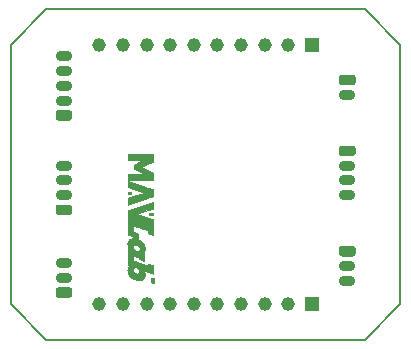
<source format=gbr>
%TF.GenerationSoftware,KiCad,Pcbnew,5.1.6-c6e7f7d~86~ubuntu18.04.1*%
%TF.CreationDate,2020-05-19T13:12:04+02:00*%
%TF.ProjectId,cf-deck-carrier,63662d64-6563-46b2-9d63-617272696572,0.1A*%
%TF.SameCoordinates,Original*%
%TF.FileFunction,Soldermask,Top*%
%TF.FilePolarity,Negative*%
%FSLAX46Y46*%
G04 Gerber Fmt 4.6, Leading zero omitted, Abs format (unit mm)*
G04 Created by KiCad (PCBNEW 5.1.6-c6e7f7d~86~ubuntu18.04.1) date 2020-05-19 13:12:04*
%MOMM*%
%LPD*%
G01*
G04 APERTURE LIST*
%TA.AperFunction,Profile*%
%ADD10C,0.150000*%
%TD*%
%ADD11C,0.010000*%
%ADD12O,1.400000X0.900000*%
%ADD13C,1.150000*%
%ADD14R,1.150000X1.150000*%
G04 APERTURE END LIST*
D10*
X125501000Y-83000920D02*
X122501000Y-86000920D01*
X152501000Y-83000920D02*
X125501000Y-83000920D01*
X155501000Y-86000920D02*
X152501000Y-83000920D01*
X125501000Y-111000920D02*
X122501000Y-108000920D01*
X152501000Y-111000920D02*
X125501000Y-111000920D01*
X155501000Y-108000920D02*
X152501000Y-111000920D01*
X155501000Y-86000920D02*
X155501000Y-108000920D01*
X122501000Y-108000920D02*
X122501000Y-86000920D01*
D11*
%TO.C,G\u002A\u002A\u002A*%
G36*
X134564916Y-106060003D02*
G01*
X134518154Y-106059332D01*
X134611672Y-106122748D01*
X134611672Y-106211507D01*
X134593200Y-106205451D01*
X134574727Y-106199395D01*
X134574727Y-106180204D01*
X134518732Y-106161050D01*
X134503414Y-106155809D01*
X134489468Y-106151034D01*
X134477514Y-106146939D01*
X134468168Y-106143734D01*
X134462050Y-106141631D01*
X134459850Y-106140870D01*
X134457878Y-106141835D01*
X134457023Y-106146810D01*
X134456963Y-106149575D01*
X134456477Y-106156024D01*
X134454929Y-106158345D01*
X134454077Y-106158242D01*
X134450545Y-106157020D01*
X134444015Y-106154826D01*
X134435881Y-106152125D01*
X134435604Y-106152034D01*
X134420018Y-106146889D01*
X134420018Y-106105267D01*
X134420088Y-106089860D01*
X134420320Y-106078586D01*
X134420748Y-106070963D01*
X134421408Y-106066508D01*
X134422333Y-106064738D01*
X134422904Y-106064708D01*
X134426437Y-106065930D01*
X134432966Y-106068124D01*
X134441101Y-106070825D01*
X134441377Y-106070916D01*
X134449531Y-106073756D01*
X134454207Y-106076018D01*
X134456362Y-106078425D01*
X134456950Y-106081699D01*
X134456963Y-106082718D01*
X134458415Y-106088800D01*
X134461060Y-106091569D01*
X134464415Y-106093015D01*
X134471378Y-106095768D01*
X134481221Y-106099548D01*
X134493215Y-106104076D01*
X134506630Y-106109071D01*
X134508974Y-106109938D01*
X134522780Y-106115040D01*
X134535507Y-106119751D01*
X134546367Y-106123781D01*
X134554572Y-106126836D01*
X134559337Y-106128625D01*
X134559669Y-106128752D01*
X134562574Y-106129805D01*
X134564173Y-106130159D01*
X134564154Y-106129580D01*
X134562204Y-106127833D01*
X134558009Y-106124683D01*
X134551256Y-106119896D01*
X134541633Y-106113237D01*
X134528825Y-106104471D01*
X134512519Y-106093363D01*
X134511660Y-106092778D01*
X134460427Y-106057918D01*
X134459739Y-106042310D01*
X134459050Y-106026702D01*
X134510539Y-106028169D01*
X134562027Y-106029637D01*
X134520463Y-106015712D01*
X134506563Y-106011073D01*
X134493399Y-106006712D01*
X134481902Y-106002936D01*
X134473001Y-106000050D01*
X134467932Y-105998451D01*
X134456963Y-105995115D01*
X134456963Y-106002165D01*
X134456188Y-106007270D01*
X134454077Y-106008151D01*
X134450545Y-106006929D01*
X134444015Y-106004735D01*
X134435881Y-106002034D01*
X134435604Y-106001943D01*
X134420018Y-105996798D01*
X134420018Y-105955423D01*
X134420116Y-105942178D01*
X134420389Y-105930689D01*
X134420804Y-105921686D01*
X134421328Y-105915901D01*
X134421877Y-105914048D01*
X134424838Y-105914739D01*
X134430913Y-105916560D01*
X134438851Y-105919135D01*
X134439773Y-105919444D01*
X134455809Y-105924840D01*
X134456963Y-105934768D01*
X134458118Y-105944696D01*
X134514336Y-105964008D01*
X134529621Y-105969232D01*
X134543487Y-105973920D01*
X134555331Y-105977872D01*
X134564547Y-105980887D01*
X134570531Y-105982766D01*
X134572640Y-105983320D01*
X134573959Y-105981274D01*
X134574681Y-105976177D01*
X134574727Y-105974291D01*
X134574727Y-105965261D01*
X134593200Y-105971317D01*
X134611672Y-105977373D01*
X134611676Y-106060675D01*
X134564916Y-106060003D01*
G37*
X134564916Y-106060003D02*
X134518154Y-106059332D01*
X134611672Y-106122748D01*
X134611672Y-106211507D01*
X134593200Y-106205451D01*
X134574727Y-106199395D01*
X134574727Y-106180204D01*
X134518732Y-106161050D01*
X134503414Y-106155809D01*
X134489468Y-106151034D01*
X134477514Y-106146939D01*
X134468168Y-106143734D01*
X134462050Y-106141631D01*
X134459850Y-106140870D01*
X134457878Y-106141835D01*
X134457023Y-106146810D01*
X134456963Y-106149575D01*
X134456477Y-106156024D01*
X134454929Y-106158345D01*
X134454077Y-106158242D01*
X134450545Y-106157020D01*
X134444015Y-106154826D01*
X134435881Y-106152125D01*
X134435604Y-106152034D01*
X134420018Y-106146889D01*
X134420018Y-106105267D01*
X134420088Y-106089860D01*
X134420320Y-106078586D01*
X134420748Y-106070963D01*
X134421408Y-106066508D01*
X134422333Y-106064738D01*
X134422904Y-106064708D01*
X134426437Y-106065930D01*
X134432966Y-106068124D01*
X134441101Y-106070825D01*
X134441377Y-106070916D01*
X134449531Y-106073756D01*
X134454207Y-106076018D01*
X134456362Y-106078425D01*
X134456950Y-106081699D01*
X134456963Y-106082718D01*
X134458415Y-106088800D01*
X134461060Y-106091569D01*
X134464415Y-106093015D01*
X134471378Y-106095768D01*
X134481221Y-106099548D01*
X134493215Y-106104076D01*
X134506630Y-106109071D01*
X134508974Y-106109938D01*
X134522780Y-106115040D01*
X134535507Y-106119751D01*
X134546367Y-106123781D01*
X134554572Y-106126836D01*
X134559337Y-106128625D01*
X134559669Y-106128752D01*
X134562574Y-106129805D01*
X134564173Y-106130159D01*
X134564154Y-106129580D01*
X134562204Y-106127833D01*
X134558009Y-106124683D01*
X134551256Y-106119896D01*
X134541633Y-106113237D01*
X134528825Y-106104471D01*
X134512519Y-106093363D01*
X134511660Y-106092778D01*
X134460427Y-106057918D01*
X134459739Y-106042310D01*
X134459050Y-106026702D01*
X134510539Y-106028169D01*
X134562027Y-106029637D01*
X134520463Y-106015712D01*
X134506563Y-106011073D01*
X134493399Y-106006712D01*
X134481902Y-106002936D01*
X134473001Y-106000050D01*
X134467932Y-105998451D01*
X134456963Y-105995115D01*
X134456963Y-106002165D01*
X134456188Y-106007270D01*
X134454077Y-106008151D01*
X134450545Y-106006929D01*
X134444015Y-106004735D01*
X134435881Y-106002034D01*
X134435604Y-106001943D01*
X134420018Y-105996798D01*
X134420018Y-105955423D01*
X134420116Y-105942178D01*
X134420389Y-105930689D01*
X134420804Y-105921686D01*
X134421328Y-105915901D01*
X134421877Y-105914048D01*
X134424838Y-105914739D01*
X134430913Y-105916560D01*
X134438851Y-105919135D01*
X134439773Y-105919444D01*
X134455809Y-105924840D01*
X134456963Y-105934768D01*
X134458118Y-105944696D01*
X134514336Y-105964008D01*
X134529621Y-105969232D01*
X134543487Y-105973920D01*
X134555331Y-105977872D01*
X134564547Y-105980887D01*
X134570531Y-105982766D01*
X134572640Y-105983320D01*
X134573959Y-105981274D01*
X134574681Y-105976177D01*
X134574727Y-105974291D01*
X134574727Y-105965261D01*
X134593200Y-105971317D01*
X134611672Y-105977373D01*
X134611676Y-106060675D01*
X134564916Y-106060003D01*
G36*
X134611368Y-105948207D02*
G01*
X134611322Y-105957551D01*
X134611233Y-105963243D01*
X134611125Y-105964818D01*
X134608785Y-105964168D01*
X134603287Y-105962503D01*
X134596663Y-105960447D01*
X134587739Y-105957671D01*
X134576508Y-105954205D01*
X134565085Y-105950703D01*
X134562604Y-105949946D01*
X134542400Y-105943786D01*
X134542400Y-105911459D01*
X134558733Y-105913068D01*
X134575067Y-105914678D01*
X134574320Y-105906858D01*
X134573572Y-105899039D01*
X134519309Y-105880132D01*
X134504179Y-105874910D01*
X134490347Y-105870229D01*
X134478455Y-105866299D01*
X134469146Y-105863331D01*
X134463065Y-105861534D01*
X134461004Y-105861082D01*
X134458206Y-105862088D01*
X134457071Y-105866078D01*
X134456963Y-105869267D01*
X134456347Y-105875069D01*
X134454440Y-105876634D01*
X134454077Y-105876533D01*
X134450545Y-105875311D01*
X134444015Y-105873117D01*
X134435881Y-105870416D01*
X134435604Y-105870325D01*
X134420018Y-105865180D01*
X134420018Y-105778225D01*
X134438491Y-105784281D01*
X134456963Y-105790337D01*
X134456963Y-105809603D01*
X134510650Y-105828039D01*
X134525812Y-105833239D01*
X134539757Y-105838008D01*
X134551813Y-105842118D01*
X134561311Y-105845341D01*
X134567580Y-105847449D01*
X134569683Y-105848137D01*
X134573110Y-105848838D01*
X134574462Y-105847308D01*
X134574422Y-105842483D01*
X134574301Y-105840956D01*
X134573633Y-105836301D01*
X134571955Y-105832818D01*
X134568378Y-105829538D01*
X134562015Y-105825492D01*
X134557986Y-105823152D01*
X134542400Y-105814193D01*
X134542400Y-105798156D01*
X134542524Y-105789754D01*
X134543060Y-105785080D01*
X134544249Y-105783248D01*
X134546335Y-105783370D01*
X134546441Y-105783403D01*
X134550047Y-105784585D01*
X134557092Y-105786921D01*
X134566636Y-105790100D01*
X134577739Y-105793807D01*
X134580500Y-105794730D01*
X134610518Y-105804772D01*
X134611125Y-105884810D01*
X134611250Y-105903513D01*
X134611332Y-105920663D01*
X134611372Y-105935736D01*
X134611368Y-105948207D01*
G37*
X134611368Y-105948207D02*
X134611322Y-105957551D01*
X134611233Y-105963243D01*
X134611125Y-105964818D01*
X134608785Y-105964168D01*
X134603287Y-105962503D01*
X134596663Y-105960447D01*
X134587739Y-105957671D01*
X134576508Y-105954205D01*
X134565085Y-105950703D01*
X134562604Y-105949946D01*
X134542400Y-105943786D01*
X134542400Y-105911459D01*
X134558733Y-105913068D01*
X134575067Y-105914678D01*
X134574320Y-105906858D01*
X134573572Y-105899039D01*
X134519309Y-105880132D01*
X134504179Y-105874910D01*
X134490347Y-105870229D01*
X134478455Y-105866299D01*
X134469146Y-105863331D01*
X134463065Y-105861534D01*
X134461004Y-105861082D01*
X134458206Y-105862088D01*
X134457071Y-105866078D01*
X134456963Y-105869267D01*
X134456347Y-105875069D01*
X134454440Y-105876634D01*
X134454077Y-105876533D01*
X134450545Y-105875311D01*
X134444015Y-105873117D01*
X134435881Y-105870416D01*
X134435604Y-105870325D01*
X134420018Y-105865180D01*
X134420018Y-105778225D01*
X134438491Y-105784281D01*
X134456963Y-105790337D01*
X134456963Y-105809603D01*
X134510650Y-105828039D01*
X134525812Y-105833239D01*
X134539757Y-105838008D01*
X134551813Y-105842118D01*
X134561311Y-105845341D01*
X134567580Y-105847449D01*
X134569683Y-105848137D01*
X134573110Y-105848838D01*
X134574462Y-105847308D01*
X134574422Y-105842483D01*
X134574301Y-105840956D01*
X134573633Y-105836301D01*
X134571955Y-105832818D01*
X134568378Y-105829538D01*
X134562015Y-105825492D01*
X134557986Y-105823152D01*
X134542400Y-105814193D01*
X134542400Y-105798156D01*
X134542524Y-105789754D01*
X134543060Y-105785080D01*
X134544249Y-105783248D01*
X134546335Y-105783370D01*
X134546441Y-105783403D01*
X134550047Y-105784585D01*
X134557092Y-105786921D01*
X134566636Y-105790100D01*
X134577739Y-105793807D01*
X134580500Y-105794730D01*
X134610518Y-105804772D01*
X134611125Y-105884810D01*
X134611250Y-105903513D01*
X134611332Y-105920663D01*
X134611372Y-105935736D01*
X134611368Y-105948207D01*
G36*
X134247991Y-100401093D02*
G01*
X134246761Y-100277557D01*
X134574727Y-100277557D01*
X134574727Y-100402279D01*
X134247991Y-100401093D01*
G37*
X134247991Y-100401093D02*
X134246761Y-100277557D01*
X134574727Y-100277557D01*
X134574727Y-100402279D01*
X134247991Y-100401093D01*
G36*
X134541916Y-99553531D02*
G01*
X134541875Y-99587934D01*
X134541832Y-99611189D01*
X134541245Y-99885525D01*
X133826034Y-100115437D01*
X133770250Y-100133374D01*
X133715614Y-100150952D01*
X133662287Y-100168117D01*
X133610433Y-100184818D01*
X133560215Y-100201001D01*
X133511795Y-100216614D01*
X133465336Y-100231604D01*
X133421001Y-100245918D01*
X133378953Y-100259505D01*
X133339355Y-100272310D01*
X133302369Y-100284281D01*
X133268158Y-100295366D01*
X133236886Y-100305512D01*
X133208715Y-100314666D01*
X133183807Y-100322776D01*
X133162327Y-100329788D01*
X133144435Y-100335650D01*
X133130297Y-100340310D01*
X133120073Y-100343714D01*
X133113928Y-100345810D01*
X133112016Y-100346543D01*
X133114281Y-100347334D01*
X133120780Y-100349485D01*
X133131347Y-100352943D01*
X133145820Y-100357655D01*
X133164034Y-100363567D01*
X133185826Y-100370628D01*
X133211032Y-100378784D01*
X133239488Y-100387982D01*
X133271029Y-100398169D01*
X133305493Y-100409294D01*
X133342715Y-100421302D01*
X133382532Y-100434141D01*
X133424779Y-100447758D01*
X133469293Y-100462100D01*
X133515909Y-100477114D01*
X133564465Y-100492748D01*
X133614796Y-100508948D01*
X133666738Y-100525663D01*
X133720128Y-100542838D01*
X133774801Y-100560421D01*
X133825708Y-100576788D01*
X133881425Y-100594705D01*
X133936013Y-100612267D01*
X133989310Y-100629424D01*
X134041149Y-100646120D01*
X134091368Y-100662304D01*
X134139803Y-100677921D01*
X134186288Y-100692919D01*
X134230660Y-100707245D01*
X134272754Y-100720846D01*
X134312407Y-100733667D01*
X134349454Y-100745657D01*
X134383731Y-100756762D01*
X134415073Y-100766930D01*
X134443317Y-100776105D01*
X134468299Y-100784237D01*
X134489853Y-100791271D01*
X134507816Y-100797155D01*
X134522024Y-100801834D01*
X134532312Y-100805257D01*
X134538517Y-100807370D01*
X134540476Y-100808109D01*
X134540725Y-100810676D01*
X134540945Y-100817832D01*
X134541137Y-100829545D01*
X134541301Y-100845786D01*
X134541436Y-100866525D01*
X134541542Y-100891731D01*
X134541620Y-100921376D01*
X134541669Y-100955427D01*
X134541689Y-100993857D01*
X134541681Y-101036633D01*
X134541644Y-101083727D01*
X134541579Y-101135108D01*
X134541485Y-101190746D01*
X134541362Y-101250612D01*
X134541210Y-101314674D01*
X134541030Y-101382904D01*
X134540840Y-101448778D01*
X134538936Y-102087177D01*
X134332909Y-102016526D01*
X134126883Y-101945875D01*
X134126246Y-101845736D01*
X134125609Y-101745598D01*
X133484836Y-101525360D01*
X133432209Y-101507273D01*
X133380712Y-101489579D01*
X133330517Y-101472336D01*
X133281795Y-101455603D01*
X133234717Y-101439439D01*
X133189455Y-101423902D01*
X133146180Y-101409050D01*
X133105062Y-101394944D01*
X133066274Y-101381641D01*
X133029987Y-101369200D01*
X132996372Y-101357679D01*
X132965599Y-101347138D01*
X132937842Y-101337636D01*
X132913270Y-101329230D01*
X132892054Y-101321980D01*
X132874368Y-101315944D01*
X132860381Y-101311182D01*
X132850264Y-101307751D01*
X132844190Y-101305711D01*
X132842321Y-101305112D01*
X132842088Y-101307369D01*
X132841875Y-101313942D01*
X132841684Y-101324526D01*
X132841516Y-101338821D01*
X132841373Y-101356522D01*
X132841256Y-101377326D01*
X132841166Y-101400931D01*
X132841104Y-101427034D01*
X132841074Y-101455332D01*
X132841075Y-101485522D01*
X132841109Y-101517301D01*
X132841166Y-101545594D01*
X132841754Y-101786086D01*
X133265472Y-102023710D01*
X133265472Y-102407116D01*
X133259122Y-102405715D01*
X133256351Y-102404753D01*
X133249483Y-102402209D01*
X133238733Y-102398166D01*
X133224313Y-102392704D01*
X133206436Y-102385904D01*
X133185315Y-102377849D01*
X133161162Y-102368620D01*
X133134190Y-102358299D01*
X133104612Y-102346966D01*
X133072641Y-102334704D01*
X133038490Y-102321593D01*
X133002371Y-102307716D01*
X132964498Y-102293154D01*
X132925083Y-102277988D01*
X132884338Y-102262300D01*
X132842477Y-102246171D01*
X132840600Y-102245447D01*
X132428427Y-102086581D01*
X132427847Y-101073542D01*
X132427809Y-101005395D01*
X132427775Y-100938423D01*
X132427744Y-100872772D01*
X132427716Y-100808589D01*
X132427691Y-100746023D01*
X132427669Y-100685221D01*
X132427651Y-100626331D01*
X132427636Y-100569500D01*
X132427624Y-100514875D01*
X132427616Y-100462605D01*
X132427610Y-100412837D01*
X132427608Y-100365719D01*
X132427609Y-100321398D01*
X132427613Y-100280022D01*
X132427621Y-100241739D01*
X132427632Y-100206695D01*
X132427646Y-100175039D01*
X132427663Y-100146919D01*
X132427683Y-100122481D01*
X132427707Y-100101874D01*
X132427734Y-100085245D01*
X132427764Y-100072741D01*
X132427798Y-100064511D01*
X132427834Y-100060702D01*
X132427847Y-100060440D01*
X132430046Y-100059692D01*
X132436478Y-100057486D01*
X132447010Y-100053869D01*
X132461511Y-100048885D01*
X132479845Y-100042581D01*
X132501881Y-100035002D01*
X132527485Y-100026195D01*
X132556524Y-100016205D01*
X132588865Y-100005077D01*
X132624376Y-99992859D01*
X132662923Y-99979594D01*
X132704372Y-99965330D01*
X132748592Y-99950112D01*
X132795448Y-99933986D01*
X132844808Y-99916997D01*
X132896540Y-99899192D01*
X132950508Y-99880616D01*
X133006582Y-99861315D01*
X133064627Y-99841335D01*
X133124511Y-99820721D01*
X133186100Y-99799519D01*
X133249261Y-99777776D01*
X133313863Y-99755537D01*
X133379770Y-99732847D01*
X133446851Y-99709753D01*
X133483682Y-99697073D01*
X133551349Y-99673780D01*
X133617920Y-99650874D01*
X133683262Y-99628399D01*
X133747240Y-99606402D01*
X133809722Y-99584928D01*
X133870575Y-99564022D01*
X133929664Y-99543730D01*
X133986858Y-99524098D01*
X134042023Y-99505172D01*
X134095025Y-99486996D01*
X134145732Y-99469617D01*
X134194010Y-99453080D01*
X134239725Y-99437430D01*
X134282746Y-99422714D01*
X134322938Y-99408977D01*
X134360168Y-99396264D01*
X134394304Y-99384621D01*
X134425211Y-99374094D01*
X134452757Y-99364729D01*
X134476808Y-99356570D01*
X134497231Y-99349663D01*
X134513893Y-99344055D01*
X134526661Y-99339791D01*
X134535402Y-99336915D01*
X134539981Y-99335475D01*
X134540677Y-99335309D01*
X134540896Y-99337772D01*
X134541097Y-99344567D01*
X134541279Y-99355409D01*
X134541441Y-99370011D01*
X134541582Y-99388089D01*
X134541701Y-99409356D01*
X134541796Y-99433527D01*
X134541866Y-99460315D01*
X134541911Y-99489436D01*
X134541928Y-99520603D01*
X134541916Y-99553531D01*
G37*
X134541916Y-99553531D02*
X134541875Y-99587934D01*
X134541832Y-99611189D01*
X134541245Y-99885525D01*
X133826034Y-100115437D01*
X133770250Y-100133374D01*
X133715614Y-100150952D01*
X133662287Y-100168117D01*
X133610433Y-100184818D01*
X133560215Y-100201001D01*
X133511795Y-100216614D01*
X133465336Y-100231604D01*
X133421001Y-100245918D01*
X133378953Y-100259505D01*
X133339355Y-100272310D01*
X133302369Y-100284281D01*
X133268158Y-100295366D01*
X133236886Y-100305512D01*
X133208715Y-100314666D01*
X133183807Y-100322776D01*
X133162327Y-100329788D01*
X133144435Y-100335650D01*
X133130297Y-100340310D01*
X133120073Y-100343714D01*
X133113928Y-100345810D01*
X133112016Y-100346543D01*
X133114281Y-100347334D01*
X133120780Y-100349485D01*
X133131347Y-100352943D01*
X133145820Y-100357655D01*
X133164034Y-100363567D01*
X133185826Y-100370628D01*
X133211032Y-100378784D01*
X133239488Y-100387982D01*
X133271029Y-100398169D01*
X133305493Y-100409294D01*
X133342715Y-100421302D01*
X133382532Y-100434141D01*
X133424779Y-100447758D01*
X133469293Y-100462100D01*
X133515909Y-100477114D01*
X133564465Y-100492748D01*
X133614796Y-100508948D01*
X133666738Y-100525663D01*
X133720128Y-100542838D01*
X133774801Y-100560421D01*
X133825708Y-100576788D01*
X133881425Y-100594705D01*
X133936013Y-100612267D01*
X133989310Y-100629424D01*
X134041149Y-100646120D01*
X134091368Y-100662304D01*
X134139803Y-100677921D01*
X134186288Y-100692919D01*
X134230660Y-100707245D01*
X134272754Y-100720846D01*
X134312407Y-100733667D01*
X134349454Y-100745657D01*
X134383731Y-100756762D01*
X134415073Y-100766930D01*
X134443317Y-100776105D01*
X134468299Y-100784237D01*
X134489853Y-100791271D01*
X134507816Y-100797155D01*
X134522024Y-100801834D01*
X134532312Y-100805257D01*
X134538517Y-100807370D01*
X134540476Y-100808109D01*
X134540725Y-100810676D01*
X134540945Y-100817832D01*
X134541137Y-100829545D01*
X134541301Y-100845786D01*
X134541436Y-100866525D01*
X134541542Y-100891731D01*
X134541620Y-100921376D01*
X134541669Y-100955427D01*
X134541689Y-100993857D01*
X134541681Y-101036633D01*
X134541644Y-101083727D01*
X134541579Y-101135108D01*
X134541485Y-101190746D01*
X134541362Y-101250612D01*
X134541210Y-101314674D01*
X134541030Y-101382904D01*
X134540840Y-101448778D01*
X134538936Y-102087177D01*
X134332909Y-102016526D01*
X134126883Y-101945875D01*
X134126246Y-101845736D01*
X134125609Y-101745598D01*
X133484836Y-101525360D01*
X133432209Y-101507273D01*
X133380712Y-101489579D01*
X133330517Y-101472336D01*
X133281795Y-101455603D01*
X133234717Y-101439439D01*
X133189455Y-101423902D01*
X133146180Y-101409050D01*
X133105062Y-101394944D01*
X133066274Y-101381641D01*
X133029987Y-101369200D01*
X132996372Y-101357679D01*
X132965599Y-101347138D01*
X132937842Y-101337636D01*
X132913270Y-101329230D01*
X132892054Y-101321980D01*
X132874368Y-101315944D01*
X132860381Y-101311182D01*
X132850264Y-101307751D01*
X132844190Y-101305711D01*
X132842321Y-101305112D01*
X132842088Y-101307369D01*
X132841875Y-101313942D01*
X132841684Y-101324526D01*
X132841516Y-101338821D01*
X132841373Y-101356522D01*
X132841256Y-101377326D01*
X132841166Y-101400931D01*
X132841104Y-101427034D01*
X132841074Y-101455332D01*
X132841075Y-101485522D01*
X132841109Y-101517301D01*
X132841166Y-101545594D01*
X132841754Y-101786086D01*
X133265472Y-102023710D01*
X133265472Y-102407116D01*
X133259122Y-102405715D01*
X133256351Y-102404753D01*
X133249483Y-102402209D01*
X133238733Y-102398166D01*
X133224313Y-102392704D01*
X133206436Y-102385904D01*
X133185315Y-102377849D01*
X133161162Y-102368620D01*
X133134190Y-102358299D01*
X133104612Y-102346966D01*
X133072641Y-102334704D01*
X133038490Y-102321593D01*
X133002371Y-102307716D01*
X132964498Y-102293154D01*
X132925083Y-102277988D01*
X132884338Y-102262300D01*
X132842477Y-102246171D01*
X132840600Y-102245447D01*
X132428427Y-102086581D01*
X132427847Y-101073542D01*
X132427809Y-101005395D01*
X132427775Y-100938423D01*
X132427744Y-100872772D01*
X132427716Y-100808589D01*
X132427691Y-100746023D01*
X132427669Y-100685221D01*
X132427651Y-100626331D01*
X132427636Y-100569500D01*
X132427624Y-100514875D01*
X132427616Y-100462605D01*
X132427610Y-100412837D01*
X132427608Y-100365719D01*
X132427609Y-100321398D01*
X132427613Y-100280022D01*
X132427621Y-100241739D01*
X132427632Y-100206695D01*
X132427646Y-100175039D01*
X132427663Y-100146919D01*
X132427683Y-100122481D01*
X132427707Y-100101874D01*
X132427734Y-100085245D01*
X132427764Y-100072741D01*
X132427798Y-100064511D01*
X132427834Y-100060702D01*
X132427847Y-100060440D01*
X132430046Y-100059692D01*
X132436478Y-100057486D01*
X132447010Y-100053869D01*
X132461511Y-100048885D01*
X132479845Y-100042581D01*
X132501881Y-100035002D01*
X132527485Y-100026195D01*
X132556524Y-100016205D01*
X132588865Y-100005077D01*
X132624376Y-99992859D01*
X132662923Y-99979594D01*
X132704372Y-99965330D01*
X132748592Y-99950112D01*
X132795448Y-99933986D01*
X132844808Y-99916997D01*
X132896540Y-99899192D01*
X132950508Y-99880616D01*
X133006582Y-99861315D01*
X133064627Y-99841335D01*
X133124511Y-99820721D01*
X133186100Y-99799519D01*
X133249261Y-99777776D01*
X133313863Y-99755537D01*
X133379770Y-99732847D01*
X133446851Y-99709753D01*
X133483682Y-99697073D01*
X133551349Y-99673780D01*
X133617920Y-99650874D01*
X133683262Y-99628399D01*
X133747240Y-99606402D01*
X133809722Y-99584928D01*
X133870575Y-99564022D01*
X133929664Y-99543730D01*
X133986858Y-99524098D01*
X134042023Y-99505172D01*
X134095025Y-99486996D01*
X134145732Y-99469617D01*
X134194010Y-99453080D01*
X134239725Y-99437430D01*
X134282746Y-99422714D01*
X134322938Y-99408977D01*
X134360168Y-99396264D01*
X134394304Y-99384621D01*
X134425211Y-99374094D01*
X134452757Y-99364729D01*
X134476808Y-99356570D01*
X134497231Y-99349663D01*
X134513893Y-99344055D01*
X134526661Y-99339791D01*
X134535402Y-99336915D01*
X134539981Y-99335475D01*
X134540677Y-99335309D01*
X134540896Y-99337772D01*
X134541097Y-99344567D01*
X134541279Y-99355409D01*
X134541441Y-99370011D01*
X134541582Y-99388089D01*
X134541701Y-99409356D01*
X134541796Y-99433527D01*
X134541866Y-99460315D01*
X134541911Y-99489436D01*
X134541928Y-99520603D01*
X134541916Y-99553531D01*
G36*
X134532586Y-98837320D02*
G01*
X134529788Y-98838285D01*
X134522758Y-98840707D01*
X134511633Y-98844541D01*
X134496548Y-98849740D01*
X134477639Y-98856257D01*
X134455040Y-98864045D01*
X134428887Y-98873058D01*
X134399315Y-98883250D01*
X134366460Y-98894573D01*
X134330456Y-98906981D01*
X134291441Y-98920427D01*
X134249547Y-98934865D01*
X134204912Y-98950248D01*
X134157671Y-98966529D01*
X134107958Y-98983662D01*
X134055909Y-99001600D01*
X134001659Y-99020297D01*
X133945345Y-99039705D01*
X133887100Y-99059778D01*
X133827062Y-99080470D01*
X133765363Y-99101734D01*
X133702142Y-99123522D01*
X133637531Y-99145790D01*
X133571668Y-99168489D01*
X133504687Y-99191573D01*
X133479063Y-99200404D01*
X133411748Y-99223603D01*
X133345521Y-99246425D01*
X133280517Y-99268825D01*
X133216870Y-99290756D01*
X133154715Y-99312172D01*
X133094186Y-99333026D01*
X133035417Y-99353273D01*
X132978542Y-99372866D01*
X132923697Y-99391758D01*
X132871014Y-99409904D01*
X132820630Y-99427257D01*
X132772678Y-99443771D01*
X132727292Y-99459400D01*
X132684606Y-99474097D01*
X132644756Y-99487816D01*
X132607876Y-99500512D01*
X132574099Y-99512137D01*
X132543560Y-99522645D01*
X132516394Y-99531990D01*
X132492735Y-99540126D01*
X132472717Y-99547007D01*
X132456475Y-99552586D01*
X132444143Y-99556817D01*
X132435855Y-99559654D01*
X132431746Y-99561051D01*
X132431304Y-99561195D01*
X132430696Y-99561189D01*
X132430153Y-99560666D01*
X132429672Y-99559383D01*
X132429250Y-99557101D01*
X132428884Y-99553576D01*
X132428571Y-99548568D01*
X132428308Y-99541835D01*
X132428091Y-99533136D01*
X132427919Y-99522228D01*
X132427788Y-99508871D01*
X132427694Y-99492824D01*
X132427635Y-99473843D01*
X132427608Y-99451689D01*
X132427610Y-99426120D01*
X132427637Y-99396893D01*
X132427687Y-99363768D01*
X132427756Y-99326503D01*
X132427840Y-99285728D01*
X132428427Y-99009174D01*
X133140782Y-98780709D01*
X133196490Y-98762839D01*
X133251067Y-98745326D01*
X133304347Y-98728223D01*
X133356168Y-98711582D01*
X133406365Y-98695457D01*
X133454774Y-98679900D01*
X133501231Y-98664965D01*
X133545571Y-98650703D01*
X133587632Y-98637169D01*
X133627248Y-98624414D01*
X133664255Y-98612491D01*
X133698491Y-98601455D01*
X133729789Y-98591356D01*
X133757987Y-98582249D01*
X133782920Y-98574185D01*
X133804425Y-98567219D01*
X133822337Y-98561402D01*
X133836491Y-98556788D01*
X133846725Y-98553429D01*
X133852874Y-98551379D01*
X133854780Y-98550695D01*
X133852739Y-98549875D01*
X133846464Y-98547694D01*
X133836117Y-98544206D01*
X133821863Y-98539463D01*
X133803863Y-98533518D01*
X133782281Y-98526424D01*
X133757279Y-98518234D01*
X133729020Y-98509002D01*
X133697667Y-98498778D01*
X133663383Y-98487618D01*
X133626330Y-98475573D01*
X133586671Y-98462697D01*
X133544570Y-98449043D01*
X133500188Y-98434663D01*
X133453689Y-98419610D01*
X133405235Y-98403938D01*
X133354990Y-98387699D01*
X133303116Y-98370946D01*
X133249776Y-98353732D01*
X133195132Y-98336110D01*
X133142426Y-98319124D01*
X132428427Y-98089102D01*
X132427840Y-97819945D01*
X132427253Y-97550789D01*
X132442849Y-97556170D01*
X132446029Y-97557265D01*
X132453439Y-97559816D01*
X132464941Y-97563776D01*
X132480400Y-97569097D01*
X132499676Y-97575732D01*
X132522635Y-97583635D01*
X132549138Y-97592757D01*
X132579048Y-97603052D01*
X132612229Y-97614473D01*
X132648544Y-97626972D01*
X132687855Y-97640502D01*
X132730025Y-97655017D01*
X132774918Y-97670469D01*
X132822396Y-97686810D01*
X132872322Y-97703994D01*
X132924560Y-97721973D01*
X132978972Y-97740701D01*
X133035421Y-97760129D01*
X133093771Y-97780212D01*
X133153883Y-97800902D01*
X133215622Y-97822151D01*
X133278850Y-97843912D01*
X133343429Y-97866139D01*
X133409224Y-97888784D01*
X133476097Y-97911800D01*
X133492528Y-97917456D01*
X133559573Y-97940532D01*
X133625543Y-97963241D01*
X133690303Y-97985535D01*
X133753717Y-98007369D01*
X133815650Y-98028695D01*
X133875965Y-98049466D01*
X133934528Y-98069636D01*
X133991202Y-98089158D01*
X134045851Y-98107986D01*
X134098341Y-98126071D01*
X134148535Y-98143369D01*
X134196298Y-98159831D01*
X134241494Y-98175411D01*
X134283987Y-98190062D01*
X134323641Y-98203738D01*
X134360322Y-98216391D01*
X134393892Y-98227976D01*
X134424217Y-98238444D01*
X134451161Y-98247750D01*
X134474588Y-98255846D01*
X134494362Y-98262687D01*
X134510348Y-98268224D01*
X134522409Y-98272411D01*
X134530411Y-98275202D01*
X134534218Y-98276550D01*
X134534506Y-98276659D01*
X134542400Y-98279957D01*
X134542400Y-98833941D01*
X134532586Y-98837320D01*
G37*
X134532586Y-98837320D02*
X134529788Y-98838285D01*
X134522758Y-98840707D01*
X134511633Y-98844541D01*
X134496548Y-98849740D01*
X134477639Y-98856257D01*
X134455040Y-98864045D01*
X134428887Y-98873058D01*
X134399315Y-98883250D01*
X134366460Y-98894573D01*
X134330456Y-98906981D01*
X134291441Y-98920427D01*
X134249547Y-98934865D01*
X134204912Y-98950248D01*
X134157671Y-98966529D01*
X134107958Y-98983662D01*
X134055909Y-99001600D01*
X134001659Y-99020297D01*
X133945345Y-99039705D01*
X133887100Y-99059778D01*
X133827062Y-99080470D01*
X133765363Y-99101734D01*
X133702142Y-99123522D01*
X133637531Y-99145790D01*
X133571668Y-99168489D01*
X133504687Y-99191573D01*
X133479063Y-99200404D01*
X133411748Y-99223603D01*
X133345521Y-99246425D01*
X133280517Y-99268825D01*
X133216870Y-99290756D01*
X133154715Y-99312172D01*
X133094186Y-99333026D01*
X133035417Y-99353273D01*
X132978542Y-99372866D01*
X132923697Y-99391758D01*
X132871014Y-99409904D01*
X132820630Y-99427257D01*
X132772678Y-99443771D01*
X132727292Y-99459400D01*
X132684606Y-99474097D01*
X132644756Y-99487816D01*
X132607876Y-99500512D01*
X132574099Y-99512137D01*
X132543560Y-99522645D01*
X132516394Y-99531990D01*
X132492735Y-99540126D01*
X132472717Y-99547007D01*
X132456475Y-99552586D01*
X132444143Y-99556817D01*
X132435855Y-99559654D01*
X132431746Y-99561051D01*
X132431304Y-99561195D01*
X132430696Y-99561189D01*
X132430153Y-99560666D01*
X132429672Y-99559383D01*
X132429250Y-99557101D01*
X132428884Y-99553576D01*
X132428571Y-99548568D01*
X132428308Y-99541835D01*
X132428091Y-99533136D01*
X132427919Y-99522228D01*
X132427788Y-99508871D01*
X132427694Y-99492824D01*
X132427635Y-99473843D01*
X132427608Y-99451689D01*
X132427610Y-99426120D01*
X132427637Y-99396893D01*
X132427687Y-99363768D01*
X132427756Y-99326503D01*
X132427840Y-99285728D01*
X132428427Y-99009174D01*
X133140782Y-98780709D01*
X133196490Y-98762839D01*
X133251067Y-98745326D01*
X133304347Y-98728223D01*
X133356168Y-98711582D01*
X133406365Y-98695457D01*
X133454774Y-98679900D01*
X133501231Y-98664965D01*
X133545571Y-98650703D01*
X133587632Y-98637169D01*
X133627248Y-98624414D01*
X133664255Y-98612491D01*
X133698491Y-98601455D01*
X133729789Y-98591356D01*
X133757987Y-98582249D01*
X133782920Y-98574185D01*
X133804425Y-98567219D01*
X133822337Y-98561402D01*
X133836491Y-98556788D01*
X133846725Y-98553429D01*
X133852874Y-98551379D01*
X133854780Y-98550695D01*
X133852739Y-98549875D01*
X133846464Y-98547694D01*
X133836117Y-98544206D01*
X133821863Y-98539463D01*
X133803863Y-98533518D01*
X133782281Y-98526424D01*
X133757279Y-98518234D01*
X133729020Y-98509002D01*
X133697667Y-98498778D01*
X133663383Y-98487618D01*
X133626330Y-98475573D01*
X133586671Y-98462697D01*
X133544570Y-98449043D01*
X133500188Y-98434663D01*
X133453689Y-98419610D01*
X133405235Y-98403938D01*
X133354990Y-98387699D01*
X133303116Y-98370946D01*
X133249776Y-98353732D01*
X133195132Y-98336110D01*
X133142426Y-98319124D01*
X132428427Y-98089102D01*
X132427840Y-97819945D01*
X132427253Y-97550789D01*
X132442849Y-97556170D01*
X132446029Y-97557265D01*
X132453439Y-97559816D01*
X132464941Y-97563776D01*
X132480400Y-97569097D01*
X132499676Y-97575732D01*
X132522635Y-97583635D01*
X132549138Y-97592757D01*
X132579048Y-97603052D01*
X132612229Y-97614473D01*
X132648544Y-97626972D01*
X132687855Y-97640502D01*
X132730025Y-97655017D01*
X132774918Y-97670469D01*
X132822396Y-97686810D01*
X132872322Y-97703994D01*
X132924560Y-97721973D01*
X132978972Y-97740701D01*
X133035421Y-97760129D01*
X133093771Y-97780212D01*
X133153883Y-97800902D01*
X133215622Y-97822151D01*
X133278850Y-97843912D01*
X133343429Y-97866139D01*
X133409224Y-97888784D01*
X133476097Y-97911800D01*
X133492528Y-97917456D01*
X133559573Y-97940532D01*
X133625543Y-97963241D01*
X133690303Y-97985535D01*
X133753717Y-98007369D01*
X133815650Y-98028695D01*
X133875965Y-98049466D01*
X133934528Y-98069636D01*
X133991202Y-98089158D01*
X134045851Y-98107986D01*
X134098341Y-98126071D01*
X134148535Y-98143369D01*
X134196298Y-98159831D01*
X134241494Y-98175411D01*
X134283987Y-98190062D01*
X134323641Y-98203738D01*
X134360322Y-98216391D01*
X134393892Y-98227976D01*
X134424217Y-98238444D01*
X134451161Y-98247750D01*
X134474588Y-98255846D01*
X134494362Y-98262687D01*
X134510348Y-98268224D01*
X134522409Y-98272411D01*
X134530411Y-98275202D01*
X134534218Y-98276550D01*
X134534506Y-98276659D01*
X134542400Y-98279957D01*
X134542400Y-98833941D01*
X134532586Y-98837320D01*
G36*
X132427272Y-97455848D02*
G01*
X132427272Y-96927066D01*
X133126157Y-96927066D01*
X133182648Y-96927062D01*
X133237928Y-96927051D01*
X133291819Y-96927032D01*
X133344145Y-96927006D01*
X133394728Y-96926974D01*
X133443391Y-96926935D01*
X133489956Y-96926890D01*
X133534246Y-96926840D01*
X133576085Y-96926784D01*
X133615294Y-96926723D01*
X133651696Y-96926657D01*
X133685114Y-96926587D01*
X133715371Y-96926512D01*
X133742290Y-96926433D01*
X133765693Y-96926351D01*
X133785402Y-96926266D01*
X133801241Y-96926177D01*
X133813033Y-96926086D01*
X133820599Y-96925992D01*
X133823763Y-96925896D01*
X133823851Y-96925875D01*
X133821643Y-96924868D01*
X133815383Y-96922135D01*
X133805266Y-96917761D01*
X133791489Y-96911829D01*
X133774249Y-96904423D01*
X133753742Y-96895628D01*
X133730165Y-96885527D01*
X133703712Y-96874204D01*
X133674582Y-96861744D01*
X133642971Y-96848230D01*
X133609073Y-96833747D01*
X133573087Y-96818377D01*
X133535209Y-96802206D01*
X133495634Y-96785318D01*
X133454559Y-96767795D01*
X133412181Y-96749723D01*
X133373771Y-96733349D01*
X132924882Y-96542014D01*
X132923782Y-96177766D01*
X133373705Y-95986111D01*
X133823628Y-95794457D01*
X132427272Y-95793295D01*
X132427272Y-95292230D01*
X134542400Y-95292230D01*
X134542400Y-95905783D01*
X134029204Y-96136184D01*
X133982896Y-96156976D01*
X133937645Y-96177298D01*
X133893636Y-96197066D01*
X133851053Y-96216197D01*
X133810082Y-96234608D01*
X133770906Y-96252216D01*
X133733711Y-96268938D01*
X133698680Y-96284691D01*
X133665999Y-96299392D01*
X133635851Y-96312958D01*
X133608421Y-96325306D01*
X133583894Y-96336354D01*
X133562455Y-96346017D01*
X133544287Y-96354213D01*
X133529576Y-96360858D01*
X133518505Y-96365871D01*
X133511260Y-96369168D01*
X133508025Y-96370665D01*
X133507927Y-96370714D01*
X133499845Y-96374843D01*
X133507927Y-96378315D01*
X133510740Y-96379563D01*
X133517583Y-96382617D01*
X133528270Y-96387395D01*
X133542618Y-96393814D01*
X133560441Y-96401791D01*
X133581554Y-96411244D01*
X133605774Y-96422090D01*
X133632914Y-96434246D01*
X133662792Y-96447630D01*
X133695221Y-96462159D01*
X133730018Y-96477749D01*
X133766997Y-96494319D01*
X133805975Y-96511785D01*
X133846765Y-96530065D01*
X133889184Y-96549076D01*
X133933047Y-96568735D01*
X133978170Y-96588960D01*
X134024367Y-96609668D01*
X134028627Y-96611578D01*
X134541245Y-96841369D01*
X134541831Y-97148608D01*
X134542417Y-97455848D01*
X132427272Y-97455848D01*
G37*
X132427272Y-97455848D02*
X132427272Y-96927066D01*
X133126157Y-96927066D01*
X133182648Y-96927062D01*
X133237928Y-96927051D01*
X133291819Y-96927032D01*
X133344145Y-96927006D01*
X133394728Y-96926974D01*
X133443391Y-96926935D01*
X133489956Y-96926890D01*
X133534246Y-96926840D01*
X133576085Y-96926784D01*
X133615294Y-96926723D01*
X133651696Y-96926657D01*
X133685114Y-96926587D01*
X133715371Y-96926512D01*
X133742290Y-96926433D01*
X133765693Y-96926351D01*
X133785402Y-96926266D01*
X133801241Y-96926177D01*
X133813033Y-96926086D01*
X133820599Y-96925992D01*
X133823763Y-96925896D01*
X133823851Y-96925875D01*
X133821643Y-96924868D01*
X133815383Y-96922135D01*
X133805266Y-96917761D01*
X133791489Y-96911829D01*
X133774249Y-96904423D01*
X133753742Y-96895628D01*
X133730165Y-96885527D01*
X133703712Y-96874204D01*
X133674582Y-96861744D01*
X133642971Y-96848230D01*
X133609073Y-96833747D01*
X133573087Y-96818377D01*
X133535209Y-96802206D01*
X133495634Y-96785318D01*
X133454559Y-96767795D01*
X133412181Y-96749723D01*
X133373771Y-96733349D01*
X132924882Y-96542014D01*
X132923782Y-96177766D01*
X133373705Y-95986111D01*
X133823628Y-95794457D01*
X132427272Y-95793295D01*
X132427272Y-95292230D01*
X134542400Y-95292230D01*
X134542400Y-95905783D01*
X134029204Y-96136184D01*
X133982896Y-96156976D01*
X133937645Y-96177298D01*
X133893636Y-96197066D01*
X133851053Y-96216197D01*
X133810082Y-96234608D01*
X133770906Y-96252216D01*
X133733711Y-96268938D01*
X133698680Y-96284691D01*
X133665999Y-96299392D01*
X133635851Y-96312958D01*
X133608421Y-96325306D01*
X133583894Y-96336354D01*
X133562455Y-96346017D01*
X133544287Y-96354213D01*
X133529576Y-96360858D01*
X133518505Y-96365871D01*
X133511260Y-96369168D01*
X133508025Y-96370665D01*
X133507927Y-96370714D01*
X133499845Y-96374843D01*
X133507927Y-96378315D01*
X133510740Y-96379563D01*
X133517583Y-96382617D01*
X133528270Y-96387395D01*
X133542618Y-96393814D01*
X133560441Y-96401791D01*
X133581554Y-96411244D01*
X133605774Y-96422090D01*
X133632914Y-96434246D01*
X133662792Y-96447630D01*
X133695221Y-96462159D01*
X133730018Y-96477749D01*
X133766997Y-96494319D01*
X133805975Y-96511785D01*
X133846765Y-96530065D01*
X133889184Y-96549076D01*
X133933047Y-96568735D01*
X133978170Y-96588960D01*
X134024367Y-96609668D01*
X134028627Y-96611578D01*
X134541245Y-96841369D01*
X134541831Y-97148608D01*
X134542417Y-97455848D01*
X132427272Y-97455848D01*
G36*
X132392636Y-98619630D02*
G01*
X132392636Y-98494939D01*
X132720527Y-98494939D01*
X132720527Y-98619630D01*
X132392636Y-98619630D01*
G37*
X132392636Y-98619630D02*
X132392636Y-98494939D01*
X132720527Y-98494939D01*
X132720527Y-98619630D01*
X132392636Y-98619630D01*
G36*
X134542388Y-105088951D02*
G01*
X134542354Y-105127059D01*
X134542299Y-105163634D01*
X134542223Y-105198421D01*
X134542130Y-105231167D01*
X134542019Y-105261617D01*
X134541892Y-105289518D01*
X134541750Y-105314617D01*
X134541595Y-105336659D01*
X134541428Y-105355391D01*
X134541250Y-105370559D01*
X134541063Y-105381908D01*
X134540868Y-105389186D01*
X134540666Y-105392139D01*
X134540635Y-105392193D01*
X134538301Y-105391453D01*
X134531821Y-105389283D01*
X134521414Y-105385757D01*
X134507298Y-105380952D01*
X134489695Y-105374943D01*
X134468822Y-105367804D01*
X134444900Y-105359611D01*
X134418147Y-105350439D01*
X134388783Y-105340364D01*
X134357027Y-105329460D01*
X134323099Y-105317803D01*
X134287218Y-105305469D01*
X134249604Y-105292531D01*
X134210475Y-105279066D01*
X134170052Y-105265149D01*
X134146716Y-105257111D01*
X134105651Y-105242970D01*
X134065754Y-105229239D01*
X134027243Y-105215993D01*
X133990337Y-105203307D01*
X133955258Y-105191257D01*
X133922224Y-105179917D01*
X133891456Y-105169364D01*
X133863172Y-105159672D01*
X133837593Y-105150917D01*
X133814937Y-105143173D01*
X133795426Y-105136517D01*
X133779278Y-105131023D01*
X133766713Y-105126766D01*
X133757950Y-105123822D01*
X133753210Y-105122266D01*
X133752394Y-105122030D01*
X133752450Y-105123860D01*
X133754471Y-105128744D01*
X133758057Y-105135766D01*
X133759727Y-105138770D01*
X133776616Y-105170265D01*
X133792489Y-105203250D01*
X133806804Y-105236472D01*
X133819016Y-105268677D01*
X133827703Y-105295558D01*
X133837825Y-105334486D01*
X133845130Y-105372806D01*
X133849800Y-105411850D01*
X133852018Y-105452949D01*
X133852263Y-105475320D01*
X133850270Y-105525675D01*
X133844493Y-105573400D01*
X133834911Y-105618541D01*
X133821506Y-105661144D01*
X133804257Y-105701252D01*
X133783146Y-105738912D01*
X133758152Y-105774168D01*
X133729257Y-105807065D01*
X133696441Y-105837648D01*
X133694963Y-105838894D01*
X133659038Y-105866068D01*
X133620125Y-105889836D01*
X133578468Y-105910091D01*
X133534311Y-105926727D01*
X133487899Y-105939637D01*
X133446736Y-105947619D01*
X133432909Y-105949314D01*
X133415477Y-105950716D01*
X133395444Y-105951803D01*
X133373815Y-105952554D01*
X133351594Y-105952946D01*
X133329788Y-105952958D01*
X133309399Y-105952567D01*
X133291434Y-105951753D01*
X133283456Y-105951161D01*
X133217250Y-105943265D01*
X133151205Y-105931216D01*
X133085834Y-105915178D01*
X133021650Y-105895316D01*
X132959166Y-105871794D01*
X132898896Y-105844778D01*
X132841354Y-105814430D01*
X132822700Y-105803502D01*
X132772025Y-105770685D01*
X132722711Y-105734133D01*
X132675276Y-105694341D01*
X132630240Y-105651805D01*
X132588123Y-105607020D01*
X132549445Y-105560484D01*
X132514724Y-105512690D01*
X132509060Y-105504184D01*
X132479010Y-105454382D01*
X132453303Y-105403156D01*
X132431974Y-105350634D01*
X132415059Y-105296944D01*
X132402592Y-105242215D01*
X132394609Y-105186575D01*
X132391146Y-105130152D01*
X132391897Y-105079311D01*
X132396160Y-105031227D01*
X132403956Y-104985777D01*
X132415251Y-104943056D01*
X132430007Y-104903157D01*
X132448189Y-104866173D01*
X132469760Y-104832196D01*
X132494683Y-104801319D01*
X132504627Y-104790821D01*
X132519145Y-104776769D01*
X132533783Y-104764025D01*
X132549389Y-104751968D01*
X132566814Y-104739974D01*
X132586905Y-104727421D01*
X132607890Y-104715178D01*
X132609813Y-104713198D01*
X132609624Y-104712608D01*
X132607268Y-104711694D01*
X132600993Y-104709487D01*
X132591265Y-104706144D01*
X132578548Y-104701823D01*
X132563309Y-104696682D01*
X132546011Y-104690879D01*
X132527121Y-104684570D01*
X132518482Y-104681694D01*
X132428427Y-104651745D01*
X132427842Y-104313078D01*
X132427784Y-104273922D01*
X132427747Y-104236047D01*
X132427731Y-104199709D01*
X132427734Y-104165162D01*
X132427756Y-104132664D01*
X132427796Y-104102468D01*
X132427854Y-104074829D01*
X132427930Y-104050004D01*
X132428021Y-104028247D01*
X132428128Y-104009814D01*
X132428251Y-103994960D01*
X132428387Y-103983940D01*
X132428538Y-103977009D01*
X132428701Y-103974423D01*
X132428713Y-103974411D01*
X132431059Y-103975145D01*
X132437468Y-103977278D01*
X132447638Y-103980706D01*
X132461263Y-103985325D01*
X132478042Y-103991033D01*
X132497670Y-103997726D01*
X132519843Y-104005300D01*
X132544259Y-104013651D01*
X132570614Y-104022676D01*
X132598604Y-104032272D01*
X132627926Y-104042335D01*
X132636539Y-104045294D01*
X132842909Y-104116176D01*
X132842909Y-104285715D01*
X132856186Y-104290268D01*
X132860193Y-104291655D01*
X132868272Y-104294464D01*
X132880213Y-104298621D01*
X132895804Y-104304053D01*
X132914836Y-104310687D01*
X132937099Y-104318449D01*
X132962383Y-104327266D01*
X132990476Y-104337064D01*
X133021170Y-104347770D01*
X133046717Y-104356681D01*
X133046717Y-104871105D01*
X133014547Y-104872923D01*
X132984876Y-104878519D01*
X132957631Y-104887908D01*
X132932738Y-104901105D01*
X132910124Y-104918124D01*
X132905883Y-104921974D01*
X132887109Y-104942673D01*
X132871781Y-104966341D01*
X132860009Y-104992753D01*
X132851902Y-105021684D01*
X132849159Y-105037748D01*
X132848453Y-105046195D01*
X132848055Y-105057901D01*
X132847951Y-105071519D01*
X132848130Y-105085700D01*
X132848577Y-105099097D01*
X132849280Y-105110363D01*
X132849917Y-105116257D01*
X132857325Y-105152104D01*
X132869131Y-105186847D01*
X132885205Y-105220282D01*
X132905415Y-105252206D01*
X132929631Y-105282417D01*
X132957720Y-105310711D01*
X132989553Y-105336886D01*
X132994918Y-105340816D01*
X133022105Y-105358336D01*
X133051565Y-105373552D01*
X133082590Y-105386282D01*
X133114472Y-105396340D01*
X133146503Y-105403544D01*
X133177975Y-105407711D01*
X133208181Y-105408655D01*
X133236411Y-105406194D01*
X133242756Y-105405088D01*
X133269072Y-105397984D01*
X133294184Y-105387268D01*
X133317371Y-105373391D01*
X133337914Y-105356806D01*
X133355091Y-105337964D01*
X133359593Y-105331774D01*
X133373662Y-105307310D01*
X133384317Y-105280294D01*
X133391584Y-105251252D01*
X133395489Y-105220714D01*
X133396058Y-105189209D01*
X133393316Y-105157265D01*
X133387289Y-105125410D01*
X133378003Y-105094174D01*
X133365484Y-105064084D01*
X133349756Y-105035670D01*
X133344795Y-105028106D01*
X133320305Y-104996135D01*
X133292620Y-104967346D01*
X133262057Y-104941949D01*
X133228933Y-104920152D01*
X133193563Y-104902165D01*
X133156264Y-104888196D01*
X133118845Y-104878743D01*
X133081458Y-104873050D01*
X133046717Y-104871105D01*
X133046717Y-104356681D01*
X133054253Y-104359310D01*
X133089515Y-104371612D01*
X133126747Y-104384602D01*
X133165738Y-104398206D01*
X133206277Y-104412352D01*
X133248155Y-104426965D01*
X133291161Y-104441972D01*
X133335085Y-104457301D01*
X133379717Y-104472877D01*
X133424846Y-104488627D01*
X133470262Y-104504478D01*
X133515756Y-104520356D01*
X133561116Y-104536189D01*
X133606133Y-104551902D01*
X133650596Y-104567423D01*
X133694295Y-104582677D01*
X133737020Y-104597592D01*
X133778560Y-104612094D01*
X133818706Y-104626110D01*
X133857247Y-104639566D01*
X133893972Y-104652390D01*
X133928672Y-104664507D01*
X133961137Y-104675844D01*
X133991155Y-104686328D01*
X134018518Y-104695885D01*
X134043013Y-104704443D01*
X134064433Y-104711927D01*
X134082565Y-104718265D01*
X134097200Y-104723383D01*
X134108128Y-104727207D01*
X134115138Y-104729665D01*
X134118021Y-104730682D01*
X134118076Y-104730702D01*
X134119123Y-104730870D01*
X134119978Y-104730190D01*
X134120663Y-104728233D01*
X134121203Y-104724570D01*
X134121621Y-104718771D01*
X134121942Y-104710408D01*
X134122190Y-104699052D01*
X134122388Y-104684273D01*
X134122560Y-104665642D01*
X134122694Y-104648009D01*
X134123300Y-104563754D01*
X134288400Y-104620037D01*
X134316253Y-104629534D01*
X134343855Y-104638950D01*
X134370739Y-104648124D01*
X134396435Y-104656897D01*
X134420475Y-104665108D01*
X134442389Y-104672597D01*
X134461709Y-104679204D01*
X134477966Y-104684769D01*
X134490691Y-104689131D01*
X134497950Y-104691626D01*
X134542400Y-104706932D01*
X134542400Y-105049563D01*
X134542388Y-105088951D01*
G37*
X134542388Y-105088951D02*
X134542354Y-105127059D01*
X134542299Y-105163634D01*
X134542223Y-105198421D01*
X134542130Y-105231167D01*
X134542019Y-105261617D01*
X134541892Y-105289518D01*
X134541750Y-105314617D01*
X134541595Y-105336659D01*
X134541428Y-105355391D01*
X134541250Y-105370559D01*
X134541063Y-105381908D01*
X134540868Y-105389186D01*
X134540666Y-105392139D01*
X134540635Y-105392193D01*
X134538301Y-105391453D01*
X134531821Y-105389283D01*
X134521414Y-105385757D01*
X134507298Y-105380952D01*
X134489695Y-105374943D01*
X134468822Y-105367804D01*
X134444900Y-105359611D01*
X134418147Y-105350439D01*
X134388783Y-105340364D01*
X134357027Y-105329460D01*
X134323099Y-105317803D01*
X134287218Y-105305469D01*
X134249604Y-105292531D01*
X134210475Y-105279066D01*
X134170052Y-105265149D01*
X134146716Y-105257111D01*
X134105651Y-105242970D01*
X134065754Y-105229239D01*
X134027243Y-105215993D01*
X133990337Y-105203307D01*
X133955258Y-105191257D01*
X133922224Y-105179917D01*
X133891456Y-105169364D01*
X133863172Y-105159672D01*
X133837593Y-105150917D01*
X133814937Y-105143173D01*
X133795426Y-105136517D01*
X133779278Y-105131023D01*
X133766713Y-105126766D01*
X133757950Y-105123822D01*
X133753210Y-105122266D01*
X133752394Y-105122030D01*
X133752450Y-105123860D01*
X133754471Y-105128744D01*
X133758057Y-105135766D01*
X133759727Y-105138770D01*
X133776616Y-105170265D01*
X133792489Y-105203250D01*
X133806804Y-105236472D01*
X133819016Y-105268677D01*
X133827703Y-105295558D01*
X133837825Y-105334486D01*
X133845130Y-105372806D01*
X133849800Y-105411850D01*
X133852018Y-105452949D01*
X133852263Y-105475320D01*
X133850270Y-105525675D01*
X133844493Y-105573400D01*
X133834911Y-105618541D01*
X133821506Y-105661144D01*
X133804257Y-105701252D01*
X133783146Y-105738912D01*
X133758152Y-105774168D01*
X133729257Y-105807065D01*
X133696441Y-105837648D01*
X133694963Y-105838894D01*
X133659038Y-105866068D01*
X133620125Y-105889836D01*
X133578468Y-105910091D01*
X133534311Y-105926727D01*
X133487899Y-105939637D01*
X133446736Y-105947619D01*
X133432909Y-105949314D01*
X133415477Y-105950716D01*
X133395444Y-105951803D01*
X133373815Y-105952554D01*
X133351594Y-105952946D01*
X133329788Y-105952958D01*
X133309399Y-105952567D01*
X133291434Y-105951753D01*
X133283456Y-105951161D01*
X133217250Y-105943265D01*
X133151205Y-105931216D01*
X133085834Y-105915178D01*
X133021650Y-105895316D01*
X132959166Y-105871794D01*
X132898896Y-105844778D01*
X132841354Y-105814430D01*
X132822700Y-105803502D01*
X132772025Y-105770685D01*
X132722711Y-105734133D01*
X132675276Y-105694341D01*
X132630240Y-105651805D01*
X132588123Y-105607020D01*
X132549445Y-105560484D01*
X132514724Y-105512690D01*
X132509060Y-105504184D01*
X132479010Y-105454382D01*
X132453303Y-105403156D01*
X132431974Y-105350634D01*
X132415059Y-105296944D01*
X132402592Y-105242215D01*
X132394609Y-105186575D01*
X132391146Y-105130152D01*
X132391897Y-105079311D01*
X132396160Y-105031227D01*
X132403956Y-104985777D01*
X132415251Y-104943056D01*
X132430007Y-104903157D01*
X132448189Y-104866173D01*
X132469760Y-104832196D01*
X132494683Y-104801319D01*
X132504627Y-104790821D01*
X132519145Y-104776769D01*
X132533783Y-104764025D01*
X132549389Y-104751968D01*
X132566814Y-104739974D01*
X132586905Y-104727421D01*
X132607890Y-104715178D01*
X132609813Y-104713198D01*
X132609624Y-104712608D01*
X132607268Y-104711694D01*
X132600993Y-104709487D01*
X132591265Y-104706144D01*
X132578548Y-104701823D01*
X132563309Y-104696682D01*
X132546011Y-104690879D01*
X132527121Y-104684570D01*
X132518482Y-104681694D01*
X132428427Y-104651745D01*
X132427842Y-104313078D01*
X132427784Y-104273922D01*
X132427747Y-104236047D01*
X132427731Y-104199709D01*
X132427734Y-104165162D01*
X132427756Y-104132664D01*
X132427796Y-104102468D01*
X132427854Y-104074829D01*
X132427930Y-104050004D01*
X132428021Y-104028247D01*
X132428128Y-104009814D01*
X132428251Y-103994960D01*
X132428387Y-103983940D01*
X132428538Y-103977009D01*
X132428701Y-103974423D01*
X132428713Y-103974411D01*
X132431059Y-103975145D01*
X132437468Y-103977278D01*
X132447638Y-103980706D01*
X132461263Y-103985325D01*
X132478042Y-103991033D01*
X132497670Y-103997726D01*
X132519843Y-104005300D01*
X132544259Y-104013651D01*
X132570614Y-104022676D01*
X132598604Y-104032272D01*
X132627926Y-104042335D01*
X132636539Y-104045294D01*
X132842909Y-104116176D01*
X132842909Y-104285715D01*
X132856186Y-104290268D01*
X132860193Y-104291655D01*
X132868272Y-104294464D01*
X132880213Y-104298621D01*
X132895804Y-104304053D01*
X132914836Y-104310687D01*
X132937099Y-104318449D01*
X132962383Y-104327266D01*
X132990476Y-104337064D01*
X133021170Y-104347770D01*
X133046717Y-104356681D01*
X133046717Y-104871105D01*
X133014547Y-104872923D01*
X132984876Y-104878519D01*
X132957631Y-104887908D01*
X132932738Y-104901105D01*
X132910124Y-104918124D01*
X132905883Y-104921974D01*
X132887109Y-104942673D01*
X132871781Y-104966341D01*
X132860009Y-104992753D01*
X132851902Y-105021684D01*
X132849159Y-105037748D01*
X132848453Y-105046195D01*
X132848055Y-105057901D01*
X132847951Y-105071519D01*
X132848130Y-105085700D01*
X132848577Y-105099097D01*
X132849280Y-105110363D01*
X132849917Y-105116257D01*
X132857325Y-105152104D01*
X132869131Y-105186847D01*
X132885205Y-105220282D01*
X132905415Y-105252206D01*
X132929631Y-105282417D01*
X132957720Y-105310711D01*
X132989553Y-105336886D01*
X132994918Y-105340816D01*
X133022105Y-105358336D01*
X133051565Y-105373552D01*
X133082590Y-105386282D01*
X133114472Y-105396340D01*
X133146503Y-105403544D01*
X133177975Y-105407711D01*
X133208181Y-105408655D01*
X133236411Y-105406194D01*
X133242756Y-105405088D01*
X133269072Y-105397984D01*
X133294184Y-105387268D01*
X133317371Y-105373391D01*
X133337914Y-105356806D01*
X133355091Y-105337964D01*
X133359593Y-105331774D01*
X133373662Y-105307310D01*
X133384317Y-105280294D01*
X133391584Y-105251252D01*
X133395489Y-105220714D01*
X133396058Y-105189209D01*
X133393316Y-105157265D01*
X133387289Y-105125410D01*
X133378003Y-105094174D01*
X133365484Y-105064084D01*
X133349756Y-105035670D01*
X133344795Y-105028106D01*
X133320305Y-104996135D01*
X133292620Y-104967346D01*
X133262057Y-104941949D01*
X133228933Y-104920152D01*
X133193563Y-104902165D01*
X133156264Y-104888196D01*
X133118845Y-104878743D01*
X133081458Y-104873050D01*
X133046717Y-104871105D01*
X133046717Y-104356681D01*
X133054253Y-104359310D01*
X133089515Y-104371612D01*
X133126747Y-104384602D01*
X133165738Y-104398206D01*
X133206277Y-104412352D01*
X133248155Y-104426965D01*
X133291161Y-104441972D01*
X133335085Y-104457301D01*
X133379717Y-104472877D01*
X133424846Y-104488627D01*
X133470262Y-104504478D01*
X133515756Y-104520356D01*
X133561116Y-104536189D01*
X133606133Y-104551902D01*
X133650596Y-104567423D01*
X133694295Y-104582677D01*
X133737020Y-104597592D01*
X133778560Y-104612094D01*
X133818706Y-104626110D01*
X133857247Y-104639566D01*
X133893972Y-104652390D01*
X133928672Y-104664507D01*
X133961137Y-104675844D01*
X133991155Y-104686328D01*
X134018518Y-104695885D01*
X134043013Y-104704443D01*
X134064433Y-104711927D01*
X134082565Y-104718265D01*
X134097200Y-104723383D01*
X134108128Y-104727207D01*
X134115138Y-104729665D01*
X134118021Y-104730682D01*
X134118076Y-104730702D01*
X134119123Y-104730870D01*
X134119978Y-104730190D01*
X134120663Y-104728233D01*
X134121203Y-104724570D01*
X134121621Y-104718771D01*
X134121942Y-104710408D01*
X134122190Y-104699052D01*
X134122388Y-104684273D01*
X134122560Y-104665642D01*
X134122694Y-104648009D01*
X134123300Y-104563754D01*
X134288400Y-104620037D01*
X134316253Y-104629534D01*
X134343855Y-104638950D01*
X134370739Y-104648124D01*
X134396435Y-104656897D01*
X134420475Y-104665108D01*
X134442389Y-104672597D01*
X134461709Y-104679204D01*
X134477966Y-104684769D01*
X134490691Y-104689131D01*
X134497950Y-104691626D01*
X134542400Y-104706932D01*
X134542400Y-105049563D01*
X134542388Y-105088951D01*
G36*
X133850674Y-103319405D02*
G01*
X133850387Y-103339054D01*
X133849879Y-103356995D01*
X133849152Y-103372371D01*
X133848205Y-103384327D01*
X133847772Y-103387902D01*
X133839711Y-103432939D01*
X133828464Y-103474720D01*
X133813919Y-103513438D01*
X133795961Y-103549286D01*
X133774478Y-103582458D01*
X133749355Y-103613146D01*
X133720478Y-103641544D01*
X133687735Y-103667844D01*
X133679496Y-103673720D01*
X133671513Y-103679392D01*
X133665174Y-103684091D01*
X133661292Y-103687200D01*
X133660472Y-103688084D01*
X133662566Y-103689040D01*
X133668565Y-103691252D01*
X133677982Y-103694552D01*
X133690330Y-103698775D01*
X133705121Y-103703754D01*
X133721867Y-103709321D01*
X133740017Y-103715289D01*
X133819654Y-103741339D01*
X133819654Y-104032367D01*
X133819652Y-104075057D01*
X133819643Y-104113365D01*
X133819623Y-104147524D01*
X133819590Y-104177771D01*
X133819540Y-104204341D01*
X133819470Y-104227469D01*
X133819377Y-104247390D01*
X133819257Y-104264340D01*
X133819108Y-104278553D01*
X133818925Y-104290266D01*
X133818705Y-104299712D01*
X133818446Y-104307128D01*
X133818144Y-104312749D01*
X133817795Y-104316810D01*
X133817397Y-104319546D01*
X133816946Y-104321192D01*
X133816439Y-104321984D01*
X133815873Y-104322157D01*
X133815613Y-104322101D01*
X133812882Y-104321198D01*
X133806080Y-104318937D01*
X133795517Y-104315422D01*
X133781502Y-104310755D01*
X133764346Y-104305041D01*
X133744357Y-104298382D01*
X133721847Y-104290881D01*
X133697125Y-104282642D01*
X133670500Y-104273768D01*
X133642283Y-104264362D01*
X133612784Y-104254528D01*
X133604909Y-104251902D01*
X133398245Y-104182998D01*
X133397632Y-104118256D01*
X133397020Y-104053513D01*
X133383778Y-104048717D01*
X133373174Y-104044890D01*
X133359228Y-104039882D01*
X133342258Y-104033805D01*
X133322583Y-104026772D01*
X133300522Y-104018897D01*
X133276395Y-104010293D01*
X133250520Y-104001074D01*
X133223217Y-103991351D01*
X133194803Y-103981240D01*
X133165599Y-103970853D01*
X133135923Y-103960303D01*
X133106093Y-103949703D01*
X133076430Y-103939168D01*
X133047252Y-103928810D01*
X133018878Y-103918743D01*
X132991627Y-103909079D01*
X132965817Y-103899932D01*
X132941769Y-103891416D01*
X132919800Y-103883643D01*
X132900230Y-103876727D01*
X132883378Y-103870782D01*
X132869563Y-103865920D01*
X132859103Y-103862255D01*
X132852318Y-103859899D01*
X132849527Y-103858968D01*
X132849476Y-103858957D01*
X132849002Y-103861175D01*
X132848571Y-103867464D01*
X132848195Y-103877279D01*
X132847889Y-103890072D01*
X132847668Y-103905298D01*
X132847547Y-103922409D01*
X132847527Y-103932848D01*
X132847510Y-103950789D01*
X132847461Y-103967154D01*
X132847384Y-103981397D01*
X132847284Y-103992973D01*
X132847165Y-104001334D01*
X132847031Y-104005937D01*
X132846950Y-104006668D01*
X132844722Y-104005955D01*
X132838407Y-104003902D01*
X132828307Y-104000607D01*
X132814721Y-103996169D01*
X132797953Y-103990687D01*
X132778303Y-103984258D01*
X132756072Y-103976983D01*
X132731562Y-103968958D01*
X132705073Y-103960284D01*
X132676908Y-103951058D01*
X132647367Y-103941378D01*
X132636245Y-103937734D01*
X132426118Y-103868869D01*
X132425532Y-103567195D01*
X132425473Y-103530273D01*
X132425442Y-103494649D01*
X132425438Y-103460592D01*
X132425459Y-103428373D01*
X132425505Y-103398263D01*
X132425574Y-103370532D01*
X132425665Y-103345450D01*
X132425778Y-103323288D01*
X132425911Y-103304316D01*
X132426063Y-103288804D01*
X132426234Y-103277023D01*
X132426422Y-103269244D01*
X132426627Y-103265737D01*
X132426687Y-103265557D01*
X132429224Y-103266327D01*
X132435537Y-103268483D01*
X132445064Y-103271828D01*
X132457242Y-103276161D01*
X132471510Y-103281284D01*
X132487307Y-103286998D01*
X132490772Y-103288257D01*
X132506753Y-103294042D01*
X132521266Y-103299248D01*
X132533762Y-103303683D01*
X132543691Y-103307153D01*
X132550505Y-103309465D01*
X132553654Y-103310426D01*
X132553800Y-103310436D01*
X132552844Y-103308447D01*
X132549757Y-103303275D01*
X132544956Y-103295593D01*
X132538857Y-103286070D01*
X132535062Y-103280232D01*
X132504361Y-103231263D01*
X132477571Y-103184227D01*
X132454562Y-103138818D01*
X132435206Y-103094726D01*
X132419374Y-103051646D01*
X132406939Y-103009270D01*
X132397771Y-102967290D01*
X132393797Y-102942248D01*
X132392287Y-102928333D01*
X132391030Y-102911165D01*
X132390055Y-102891860D01*
X132389389Y-102871537D01*
X132389058Y-102851313D01*
X132389090Y-102832306D01*
X132389512Y-102815634D01*
X132390352Y-102802414D01*
X132390377Y-102802152D01*
X132396885Y-102755421D01*
X132407076Y-102711475D01*
X132420952Y-102670310D01*
X132438516Y-102631918D01*
X132459773Y-102596295D01*
X132484726Y-102563435D01*
X132513377Y-102533331D01*
X132545729Y-102505979D01*
X132566972Y-102490851D01*
X132601738Y-102469657D01*
X132637680Y-102451851D01*
X132675519Y-102437150D01*
X132715974Y-102425275D01*
X132757472Y-102416355D01*
X132767106Y-102414648D01*
X132775615Y-102413292D01*
X132783714Y-102412244D01*
X132792114Y-102411465D01*
X132801529Y-102410911D01*
X132812672Y-102410544D01*
X132826255Y-102410320D01*
X132842991Y-102410199D01*
X132863594Y-102410139D01*
X132864845Y-102410136D01*
X132893319Y-102410224D01*
X132917711Y-102410593D01*
X132937882Y-102411240D01*
X132953693Y-102412161D01*
X132962982Y-102413076D01*
X133032009Y-102423659D01*
X133032009Y-102955276D01*
X133001876Y-102957010D01*
X132974465Y-102961654D01*
X132972730Y-102962075D01*
X132946209Y-102970859D01*
X132922410Y-102983310D01*
X132901462Y-102999274D01*
X132883494Y-103018598D01*
X132868634Y-103041126D01*
X132857013Y-103066706D01*
X132848758Y-103095182D01*
X132845381Y-103114275D01*
X132844315Y-103126541D01*
X132843901Y-103141893D01*
X132844090Y-103158908D01*
X132844834Y-103176165D01*
X132846085Y-103192241D01*
X132847796Y-103205713D01*
X132848608Y-103210102D01*
X132858130Y-103244394D01*
X132871909Y-103277357D01*
X132889715Y-103308753D01*
X132911319Y-103338346D01*
X132936490Y-103365899D01*
X132964999Y-103391177D01*
X132996616Y-103413941D01*
X133031111Y-103433955D01*
X133068255Y-103450983D01*
X133090582Y-103459282D01*
X133122518Y-103468946D01*
X133154817Y-103476360D01*
X133186566Y-103481392D01*
X133216854Y-103483912D01*
X133244768Y-103483788D01*
X133255058Y-103482970D01*
X133285753Y-103477875D01*
X133313382Y-103469340D01*
X133337893Y-103457415D01*
X133359233Y-103442151D01*
X133377351Y-103423598D01*
X133392195Y-103401807D01*
X133403712Y-103376828D01*
X133411851Y-103348712D01*
X133415542Y-103326947D01*
X133417849Y-103291658D01*
X133416147Y-103255900D01*
X133410577Y-103220550D01*
X133401278Y-103186489D01*
X133388390Y-103154596D01*
X133387876Y-103153530D01*
X133377702Y-103134205D01*
X133366575Y-103116585D01*
X133353680Y-103099562D01*
X133338199Y-103082029D01*
X133325674Y-103069145D01*
X133304148Y-103048883D01*
X133283261Y-103031928D01*
X133261757Y-103017376D01*
X133238380Y-103004322D01*
X133229682Y-103000016D01*
X133198327Y-102986525D01*
X133165376Y-102975307D01*
X133131549Y-102966466D01*
X133097566Y-102960110D01*
X133064146Y-102956345D01*
X133032009Y-102955276D01*
X133032009Y-102423659D01*
X133037957Y-102424571D01*
X133110064Y-102439683D01*
X133179306Y-102458414D01*
X133245692Y-102480767D01*
X133309227Y-102506745D01*
X133369918Y-102536350D01*
X133427771Y-102569587D01*
X133482792Y-102606457D01*
X133534988Y-102646964D01*
X133584365Y-102691111D01*
X133599135Y-102705570D01*
X133643442Y-102752750D01*
X133683367Y-102801324D01*
X133718965Y-102851404D01*
X133750290Y-102903101D01*
X133777397Y-102956527D01*
X133800340Y-103011793D01*
X133819174Y-103069010D01*
X133833953Y-103128290D01*
X133844732Y-103189744D01*
X133847776Y-103213566D01*
X133848809Y-103225490D01*
X133849622Y-103240842D01*
X133850215Y-103258766D01*
X133850588Y-103278405D01*
X133850741Y-103298903D01*
X133850674Y-103319405D01*
G37*
X133850674Y-103319405D02*
X133850387Y-103339054D01*
X133849879Y-103356995D01*
X133849152Y-103372371D01*
X133848205Y-103384327D01*
X133847772Y-103387902D01*
X133839711Y-103432939D01*
X133828464Y-103474720D01*
X133813919Y-103513438D01*
X133795961Y-103549286D01*
X133774478Y-103582458D01*
X133749355Y-103613146D01*
X133720478Y-103641544D01*
X133687735Y-103667844D01*
X133679496Y-103673720D01*
X133671513Y-103679392D01*
X133665174Y-103684091D01*
X133661292Y-103687200D01*
X133660472Y-103688084D01*
X133662566Y-103689040D01*
X133668565Y-103691252D01*
X133677982Y-103694552D01*
X133690330Y-103698775D01*
X133705121Y-103703754D01*
X133721867Y-103709321D01*
X133740017Y-103715289D01*
X133819654Y-103741339D01*
X133819654Y-104032367D01*
X133819652Y-104075057D01*
X133819643Y-104113365D01*
X133819623Y-104147524D01*
X133819590Y-104177771D01*
X133819540Y-104204341D01*
X133819470Y-104227469D01*
X133819377Y-104247390D01*
X133819257Y-104264340D01*
X133819108Y-104278553D01*
X133818925Y-104290266D01*
X133818705Y-104299712D01*
X133818446Y-104307128D01*
X133818144Y-104312749D01*
X133817795Y-104316810D01*
X133817397Y-104319546D01*
X133816946Y-104321192D01*
X133816439Y-104321984D01*
X133815873Y-104322157D01*
X133815613Y-104322101D01*
X133812882Y-104321198D01*
X133806080Y-104318937D01*
X133795517Y-104315422D01*
X133781502Y-104310755D01*
X133764346Y-104305041D01*
X133744357Y-104298382D01*
X133721847Y-104290881D01*
X133697125Y-104282642D01*
X133670500Y-104273768D01*
X133642283Y-104264362D01*
X133612784Y-104254528D01*
X133604909Y-104251902D01*
X133398245Y-104182998D01*
X133397632Y-104118256D01*
X133397020Y-104053513D01*
X133383778Y-104048717D01*
X133373174Y-104044890D01*
X133359228Y-104039882D01*
X133342258Y-104033805D01*
X133322583Y-104026772D01*
X133300522Y-104018897D01*
X133276395Y-104010293D01*
X133250520Y-104001074D01*
X133223217Y-103991351D01*
X133194803Y-103981240D01*
X133165599Y-103970853D01*
X133135923Y-103960303D01*
X133106093Y-103949703D01*
X133076430Y-103939168D01*
X133047252Y-103928810D01*
X133018878Y-103918743D01*
X132991627Y-103909079D01*
X132965817Y-103899932D01*
X132941769Y-103891416D01*
X132919800Y-103883643D01*
X132900230Y-103876727D01*
X132883378Y-103870782D01*
X132869563Y-103865920D01*
X132859103Y-103862255D01*
X132852318Y-103859899D01*
X132849527Y-103858968D01*
X132849476Y-103858957D01*
X132849002Y-103861175D01*
X132848571Y-103867464D01*
X132848195Y-103877279D01*
X132847889Y-103890072D01*
X132847668Y-103905298D01*
X132847547Y-103922409D01*
X132847527Y-103932848D01*
X132847510Y-103950789D01*
X132847461Y-103967154D01*
X132847384Y-103981397D01*
X132847284Y-103992973D01*
X132847165Y-104001334D01*
X132847031Y-104005937D01*
X132846950Y-104006668D01*
X132844722Y-104005955D01*
X132838407Y-104003902D01*
X132828307Y-104000607D01*
X132814721Y-103996169D01*
X132797953Y-103990687D01*
X132778303Y-103984258D01*
X132756072Y-103976983D01*
X132731562Y-103968958D01*
X132705073Y-103960284D01*
X132676908Y-103951058D01*
X132647367Y-103941378D01*
X132636245Y-103937734D01*
X132426118Y-103868869D01*
X132425532Y-103567195D01*
X132425473Y-103530273D01*
X132425442Y-103494649D01*
X132425438Y-103460592D01*
X132425459Y-103428373D01*
X132425505Y-103398263D01*
X132425574Y-103370532D01*
X132425665Y-103345450D01*
X132425778Y-103323288D01*
X132425911Y-103304316D01*
X132426063Y-103288804D01*
X132426234Y-103277023D01*
X132426422Y-103269244D01*
X132426627Y-103265737D01*
X132426687Y-103265557D01*
X132429224Y-103266327D01*
X132435537Y-103268483D01*
X132445064Y-103271828D01*
X132457242Y-103276161D01*
X132471510Y-103281284D01*
X132487307Y-103286998D01*
X132490772Y-103288257D01*
X132506753Y-103294042D01*
X132521266Y-103299248D01*
X132533762Y-103303683D01*
X132543691Y-103307153D01*
X132550505Y-103309465D01*
X132553654Y-103310426D01*
X132553800Y-103310436D01*
X132552844Y-103308447D01*
X132549757Y-103303275D01*
X132544956Y-103295593D01*
X132538857Y-103286070D01*
X132535062Y-103280232D01*
X132504361Y-103231263D01*
X132477571Y-103184227D01*
X132454562Y-103138818D01*
X132435206Y-103094726D01*
X132419374Y-103051646D01*
X132406939Y-103009270D01*
X132397771Y-102967290D01*
X132393797Y-102942248D01*
X132392287Y-102928333D01*
X132391030Y-102911165D01*
X132390055Y-102891860D01*
X132389389Y-102871537D01*
X132389058Y-102851313D01*
X132389090Y-102832306D01*
X132389512Y-102815634D01*
X132390352Y-102802414D01*
X132390377Y-102802152D01*
X132396885Y-102755421D01*
X132407076Y-102711475D01*
X132420952Y-102670310D01*
X132438516Y-102631918D01*
X132459773Y-102596295D01*
X132484726Y-102563435D01*
X132513377Y-102533331D01*
X132545729Y-102505979D01*
X132566972Y-102490851D01*
X132601738Y-102469657D01*
X132637680Y-102451851D01*
X132675519Y-102437150D01*
X132715974Y-102425275D01*
X132757472Y-102416355D01*
X132767106Y-102414648D01*
X132775615Y-102413292D01*
X132783714Y-102412244D01*
X132792114Y-102411465D01*
X132801529Y-102410911D01*
X132812672Y-102410544D01*
X132826255Y-102410320D01*
X132842991Y-102410199D01*
X132863594Y-102410139D01*
X132864845Y-102410136D01*
X132893319Y-102410224D01*
X132917711Y-102410593D01*
X132937882Y-102411240D01*
X132953693Y-102412161D01*
X132962982Y-102413076D01*
X133032009Y-102423659D01*
X133032009Y-102955276D01*
X133001876Y-102957010D01*
X132974465Y-102961654D01*
X132972730Y-102962075D01*
X132946209Y-102970859D01*
X132922410Y-102983310D01*
X132901462Y-102999274D01*
X132883494Y-103018598D01*
X132868634Y-103041126D01*
X132857013Y-103066706D01*
X132848758Y-103095182D01*
X132845381Y-103114275D01*
X132844315Y-103126541D01*
X132843901Y-103141893D01*
X132844090Y-103158908D01*
X132844834Y-103176165D01*
X132846085Y-103192241D01*
X132847796Y-103205713D01*
X132848608Y-103210102D01*
X132858130Y-103244394D01*
X132871909Y-103277357D01*
X132889715Y-103308753D01*
X132911319Y-103338346D01*
X132936490Y-103365899D01*
X132964999Y-103391177D01*
X132996616Y-103413941D01*
X133031111Y-103433955D01*
X133068255Y-103450983D01*
X133090582Y-103459282D01*
X133122518Y-103468946D01*
X133154817Y-103476360D01*
X133186566Y-103481392D01*
X133216854Y-103483912D01*
X133244768Y-103483788D01*
X133255058Y-103482970D01*
X133285753Y-103477875D01*
X133313382Y-103469340D01*
X133337893Y-103457415D01*
X133359233Y-103442151D01*
X133377351Y-103423598D01*
X133392195Y-103401807D01*
X133403712Y-103376828D01*
X133411851Y-103348712D01*
X133415542Y-103326947D01*
X133417849Y-103291658D01*
X133416147Y-103255900D01*
X133410577Y-103220550D01*
X133401278Y-103186489D01*
X133388390Y-103154596D01*
X133387876Y-103153530D01*
X133377702Y-103134205D01*
X133366575Y-103116585D01*
X133353680Y-103099562D01*
X133338199Y-103082029D01*
X133325674Y-103069145D01*
X133304148Y-103048883D01*
X133283261Y-103031928D01*
X133261757Y-103017376D01*
X133238380Y-103004322D01*
X133229682Y-103000016D01*
X133198327Y-102986525D01*
X133165376Y-102975307D01*
X133131549Y-102966466D01*
X133097566Y-102960110D01*
X133064146Y-102956345D01*
X133032009Y-102955276D01*
X133032009Y-102423659D01*
X133037957Y-102424571D01*
X133110064Y-102439683D01*
X133179306Y-102458414D01*
X133245692Y-102480767D01*
X133309227Y-102506745D01*
X133369918Y-102536350D01*
X133427771Y-102569587D01*
X133482792Y-102606457D01*
X133534988Y-102646964D01*
X133584365Y-102691111D01*
X133599135Y-102705570D01*
X133643442Y-102752750D01*
X133683367Y-102801324D01*
X133718965Y-102851404D01*
X133750290Y-102903101D01*
X133777397Y-102956527D01*
X133800340Y-103011793D01*
X133819174Y-103069010D01*
X133833953Y-103128290D01*
X133844732Y-103189744D01*
X133847776Y-103213566D01*
X133848809Y-103225490D01*
X133849622Y-103240842D01*
X133850215Y-103258766D01*
X133850588Y-103278405D01*
X133850741Y-103298903D01*
X133850674Y-103319405D01*
%TD*%
%TO.C,J1*%
G36*
G01*
X127476000Y-107450920D02*
X126526000Y-107450920D01*
G75*
G02*
X126301000Y-107225920I0J225000D01*
G01*
X126301000Y-106775920D01*
G75*
G02*
X126526000Y-106550920I225000J0D01*
G01*
X127476000Y-106550920D01*
G75*
G02*
X127701000Y-106775920I0J-225000D01*
G01*
X127701000Y-107225920D01*
G75*
G02*
X127476000Y-107450920I-225000J0D01*
G01*
G37*
D12*
X127001000Y-105750920D03*
X127001000Y-104500920D03*
%TD*%
D13*
%TO.C,P1*%
X140001000Y-86000920D03*
X138001000Y-86000920D03*
X136001000Y-86000920D03*
X142001000Y-86000920D03*
X144001000Y-86000920D03*
X132001000Y-86000920D03*
X134001000Y-86000920D03*
D14*
X148001000Y-86000920D03*
D13*
X146001000Y-86000920D03*
X130001000Y-86000920D03*
%TD*%
%TO.C,P2*%
X140001000Y-108000920D03*
X138001000Y-108000920D03*
X136001000Y-108000920D03*
X142001000Y-108000920D03*
X144001000Y-108000920D03*
X132001000Y-108000920D03*
X134001000Y-108000920D03*
D14*
X148001000Y-108000920D03*
D13*
X146001000Y-108000920D03*
X130001000Y-108000920D03*
%TD*%
%TO.C,J5*%
G36*
G01*
X127476000Y-92450920D02*
X126526000Y-92450920D01*
G75*
G02*
X126301000Y-92225920I0J225000D01*
G01*
X126301000Y-91775920D01*
G75*
G02*
X126526000Y-91550920I225000J0D01*
G01*
X127476000Y-91550920D01*
G75*
G02*
X127701000Y-91775920I0J-225000D01*
G01*
X127701000Y-92225920D01*
G75*
G02*
X127476000Y-92450920I-225000J0D01*
G01*
G37*
D12*
X127001000Y-90750920D03*
X127001000Y-89500920D03*
X127001000Y-88250920D03*
X127001000Y-87000920D03*
%TD*%
%TO.C,J4*%
G36*
G01*
X150526000Y-88550920D02*
X151476000Y-88550920D01*
G75*
G02*
X151701000Y-88775920I0J-225000D01*
G01*
X151701000Y-89225920D01*
G75*
G02*
X151476000Y-89450920I-225000J0D01*
G01*
X150526000Y-89450920D01*
G75*
G02*
X150301000Y-89225920I0J225000D01*
G01*
X150301000Y-88775920D01*
G75*
G02*
X150526000Y-88550920I225000J0D01*
G01*
G37*
X151001000Y-90250920D03*
%TD*%
%TO.C,J2*%
G36*
G01*
X150526000Y-94550920D02*
X151476000Y-94550920D01*
G75*
G02*
X151701000Y-94775920I0J-225000D01*
G01*
X151701000Y-95225920D01*
G75*
G02*
X151476000Y-95450920I-225000J0D01*
G01*
X150526000Y-95450920D01*
G75*
G02*
X150301000Y-95225920I0J225000D01*
G01*
X150301000Y-94775920D01*
G75*
G02*
X150526000Y-94550920I225000J0D01*
G01*
G37*
X151001000Y-96250920D03*
X151001000Y-97500920D03*
X151001000Y-98750920D03*
%TD*%
%TO.C,J6*%
G36*
G01*
X127476000Y-100450920D02*
X126526000Y-100450920D01*
G75*
G02*
X126301000Y-100225920I0J225000D01*
G01*
X126301000Y-99775920D01*
G75*
G02*
X126526000Y-99550920I225000J0D01*
G01*
X127476000Y-99550920D01*
G75*
G02*
X127701000Y-99775920I0J-225000D01*
G01*
X127701000Y-100225920D01*
G75*
G02*
X127476000Y-100450920I-225000J0D01*
G01*
G37*
X127001000Y-98750920D03*
X127001000Y-97500920D03*
X127001000Y-96250920D03*
%TD*%
%TO.C,J3*%
G36*
G01*
X150526000Y-103050920D02*
X151476000Y-103050920D01*
G75*
G02*
X151701000Y-103275920I0J-225000D01*
G01*
X151701000Y-103725920D01*
G75*
G02*
X151476000Y-103950920I-225000J0D01*
G01*
X150526000Y-103950920D01*
G75*
G02*
X150301000Y-103725920I0J225000D01*
G01*
X150301000Y-103275920D01*
G75*
G02*
X150526000Y-103050920I225000J0D01*
G01*
G37*
X151001000Y-104750920D03*
X151001000Y-106000920D03*
%TD*%
M02*

</source>
